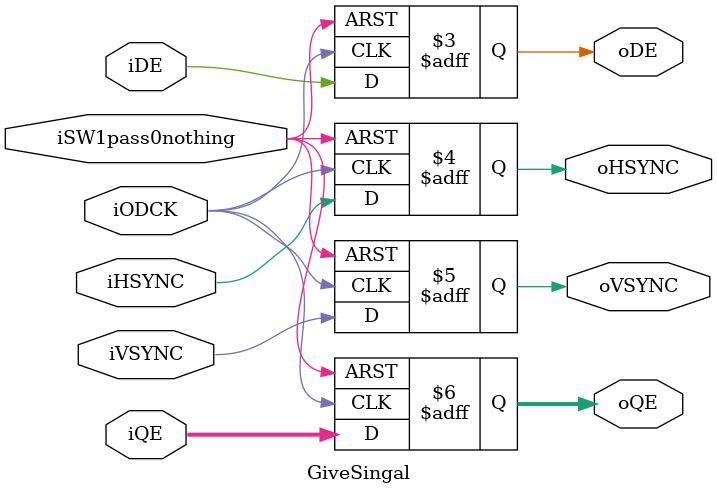
<source format=v>
module GiveSingal(

	input iODCK,
	input iDE,
	input iHSYNC,
	input iVSYNC,
	input [23:0]iQE,
	input iSW1pass0nothing,
	
	output reg oDE,
	output reg oHSYNC,
	output reg oVSYNC,
	output reg [23:0] oQE

	);

always@(posedge iODCK, negedge iSW1pass0nothing)
begin
	if(!iSW1pass0nothing)
	begin
		oDE 			<= 1'b0;
		oHSYNC		<= 1'b0;
		oVSYNC		<= 1'b0;
		oQE 			<= 24'b0;
	end
	else
	begin
		oDE 			<= iDE;
		oHSYNC		<= iHSYNC;
		oVSYNC		<= iVSYNC;
		oQE 			<= iQE;
	end
end
endmodule

</source>
